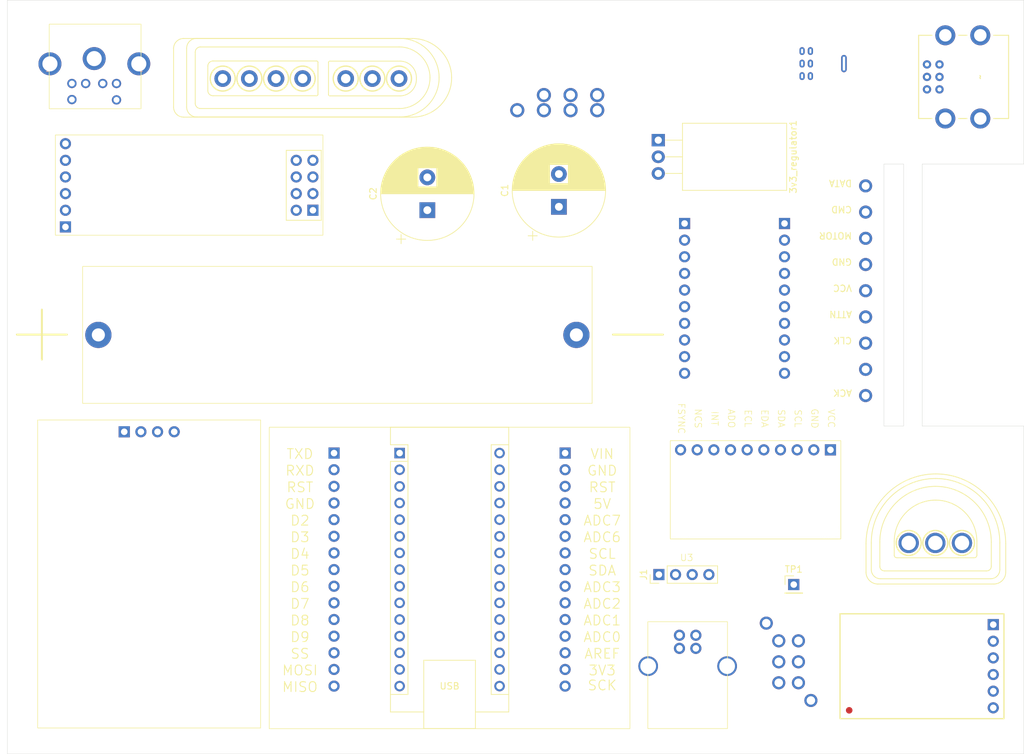
<source format=kicad_pcb>
(kicad_pcb (version 20240108) (generator "pcbnew") (generator_version "8.0")
  (layers (0 "F.Cu" signal) (31 "B.Cu" signal) (34 "B.Paste" user) (35 "F.Paste" user) (36 "B.SilkS" user "B.Silkscreen") (37 "F.SilkS" user "F.Silkscreen") (38 "B.Mask" user) (39 "F.Mask" user) (44 "Edge.Cuts" user))
  (net 0 "")
  (net 1 "Net-(3v3_regulator1-VI)")
  (net 2 "Net-(3v3_regulator1-GND)")
  (net 3 "Net-(3v3_regulator1-VO)")
  (net 4 "Net-(A1-D7)")
  (net 5 "Net-(A1-D9)")
  (net 11 "Net-(A1-A5)")
  (net 12 "Net-(A1-D3)")
  (net 15 "Net-(A1-D11)")
  (net 16 "Net-(A1-D12)")
  (net 18 "Net-(A1-D8)")
  (net 21 "Net-(A1-D2)")
  (net 22 "Net-(A1-D10)")
  (net 23 "Net-(A1-D13)")
  (net 29 "Net-(A1-A4)")
  (net 31 "Net-(Display1-SDA)")
  (net 32 "Net-(Display1-SCL)")
  (net 34 "Net-(Gamecube1-DATA)")
  (net 36 "Net-(J1-GND)")
  (net 37 "Net-(J1-D+)")
  (net 38 "Net-(J1-D-)")
  (net 39 "Net-(J1-VBUS)")
  (net 46 "Net-(N64_controller1-DATA)")
  (net 47 "Net-(Nes1-LTCH)")
  (net 48 "Net-(Nes1-CLK)")
  (net 49 "Net-(Nes1-DATA)")
  (net 51 "Net-(Playstation1-DATA)")
  (net 54 "Net-(Playstation1-ATTN)")
  (net 55 "Net-(Playstation1-CLK)")
  (net 56 "Net-(Playstation1-CMD)")
  (net 60 "Net-(U1-ON{slash}OFF)")
  (net 61 "Net-(U1-BAT_GND)")
  (net 62 "Net-(U1-VIN)")
  (net 63 "Net-(U1-GND_IN)")
  (net 64 "Net-(U1-BAT_POSITIVE)")
  (footprint "Footprints_cez:Gamecube controller" (layer "F.Cu") (at 151.226 43.27 90)
    (property "Reference" "Gamecube1" (hide yes))
    (property "Value" "~" (hide yes))
    (pad "0" thru_hole oval (at 0.09 11.115 90) (size 2.65 0.85) (drill oval 2.15 0.35) (layers "*.Cu" "*.Mask"))
    (pad "1" thru_hole oval (at 2 6 90) (size 1.2 0.8) (drill oval 0.7 0.3) (layers "*.Cu" "*.Mask"))
    (pad "2" thru_hole oval (at 0.09 6 90) (size 1.2 0.8) (drill oval 0.7 0.3) (layers "*.Cu" "*.Mask") (net 34 "Net-(Gamecube1-DATA)"))
    (pad "3" thru_hole oval (at -1.82 6 90) (size 1.2 0.8) (drill oval 0.7 0.3) (layers "*.Cu" "*.Mask") (net 2 "Net-(3v3_regulator1-GND)"))
    (pad "4" thru_hole oval (at 2 4.73 90) (size 1.2 0.8) (drill oval 0.7 0.3) (layers "*.Cu" "*.Mask") (net 2 "Net-(3v3_regulator1-GND)"))
    (pad "5" thru_hole oval (at 0.09 4.73 90) (size 1.2 0.8) (drill oval 0.7 0.3) (layers "*.Cu" "*.Mask"))
    (pad "6" thru_hole oval (at -1.82 4.73 90) (size 1.2 0.8) (drill oval 0.7 0.3) (layers "*.Cu" "*.Mask") (net 3 "Net-(3v3_regulator1-VO)"))
  )
  (footprint "Capacitor_THT:CP_Radial_D14.0mm_P5.00mm" (layer "F.Cu") (at 118.872 65.035729 90)
    (property "Reference" "C1" (at 2.5 -8.25 90) (layer "F.SilkS"))
    (property "Value" "CP_Radial_D10.0mm_P5.00mm")
    (pad "1" thru_hole rect (at 0 0 90) (size 2.4 2.4) (drill 1.2) (layers "*.Cu" "*.Mask") (net 3 "Net-(3v3_regulator1-VO)"))
    (pad "2" thru_hole circle (at 5 0 90) (size 2.4 2.4) (drill 1.2) (layers "*.Cu" "*.Mask") (net 2 "Net-(3v3_regulator1-GND)"))
  )
  (footprint "Footprints_cez:USB-B" (layer "F.Cu") (at 138.358 119.083)
    (property "Reference" "U3" (at 0 -0.5 0) (layer "F.SilkS") (effects (font (thickness 0.1))))
    (property "Value" "~")
    (pad "" thru_hole circle (at -5.872 16.045) (size 3 3) (drill 2.4) (layers "*.Cu" "*.Mask"))
    (pad "" thru_hole circle (at 6.168 16.045) (size 3 3) (drill 2.4) (layers "*.Cu" "*.Mask"))
    (pad "1" thru_hole circle (at -1.102 11.335) (size 1.7 1.7) (drill 1) (layers "*.Cu" "*.Mask") (net 38 "Net-(J1-D-)"))
    (pad "2" thru_hole circle (at -1.102 13.335) (size 1.7 1.7) (drill 1) (layers "*.Cu" "*.Mask") (net 37 "Net-(J1-D+)"))
    (pad "3" thru_hole circle (at 1.398 13.335) (size 1.7 1.7) (drill 1) (layers "*.Cu" "*.Mask") (net 63 "Net-(U1-GND_IN)"))
    (pad "4" thru_hole circle (at 1.398 11.335) (size 1.7 1.7) (drill 1) (layers "*.Cu" "*.Mask") (net 62 "Net-(U1-VIN)"))
  )
  (footprint "Package_TO_SOT_THT:TO-220-3_Horizontal_TabDown" (layer "F.Cu") (at 134.026 54.864 -90)
    (property "Reference" "3v3_regulator1" (at 2.54 -20.58 90) (layer "F.SilkS"))
    (property "Value" "LD1117V33")
    (pad "" np_thru_hole oval (at 2.54 -16.66 270) (size 3.5 3.5) (drill 3.5) (layers "*.Cu" "*.Mask"))
    (pad "1" thru_hole rect (at 0 0 270) (size 1.905 2) (drill 1.1) (layers "*.Cu" "*.Mask") (net 2 "Net-(3v3_regulator1-GND)"))
    (pad "2" thru_hole oval (at 2.54 0 270) (size 1.905 2) (drill 1.1) (layers "*.Cu" "*.Mask") (net 3 "Net-(3v3_regulator1-VO)"))
    (pad "3" thru_hole oval (at 5.08 0 270) (size 1.905 2) (drill 1.1) (layers "*.Cu" "*.Mask") (net 1 "Net-(3v3_regulator1-VI)"))
  )
  (footprint "Footprints_cez:CONN_WII" (layer "F.Cu") (at 180.594 45.212 -90)
    (property "Reference" "wii1" (hide yes))
    (property "Value" "~" (at 0 -2.5 90) (layer "F.SilkS"))
    (pad "" thru_hole circle (at -6.35 -2.54 270) (size 3.048 3.048) (drill 1.905) (layers "*.Cu" "*.Mask"))
    (pad "" thru_hole circle (at -6.35 2.794 270) (size 3.048 3.048) (drill 1.905) (layers "*.Cu" "*.Mask"))
    (pad "" thru_hole circle (at 6.35 -2.54 270) (size 3.048 3.048) (drill 1.905) (layers "*.Cu" "*.Mask"))
    (pad "" thru_hole circle (at 6.35 2.794 270) (size 3.048 3.048) (drill 1.905) (layers "*.Cu" "*.Mask"))
    (pad "1" thru_hole circle (at 1.905 5.588 270) (size 1.27 1.27) (drill 0.635) (layers "*.Cu" "*.Mask") (net 3 "Net-(3v3_regulator1-VO)"))
    (pad "2" thru_hole circle (at 1.905 3.683 270) (size 1.27 1.27) (drill 0.635) (layers "*.Cu" "*.Mask") (net 32 "Net-(Display1-SCL)"))
    (pad "3" thru_hole circle (at 0 5.588 270) (size 1.27 1.27) (drill 0.635) (layers "*.Cu" "*.Mask"))
    (pad "4" thru_hole circle (at 0 3.683 270) (size 1.27 1.27) (drill 0.635) (layers "*.Cu" "*.Mask"))
    (pad "5" thru_hole circle (at -1.905 5.588 270) (size 1.27 1.27) (drill 0.635) (layers "*.Cu" "*.Mask") (net 31 "Net-(Display1-SDA)"))
    (pad "6" thru_hole circle (at -1.905 3.683 270) (size 1.27 1.27) (drill 0.635) (layers "*.Cu" "*.Mask") (net 2 "Net-(3v3_regulator1-GND)"))
  )
  (footprint "Footprints_cez:ps_2 connector" (layer "F.Cu") (at 48.006 56.418 180)
    (property "Reference" "ps/2_connector1" (hide yes))
    (property "Value" "~" (hide yes))
    (pad "1" thru_hole circle (at -3.4 7.7) (size 1.4224 1.4224) (drill 0.9) (layers "*.Cu" "*.Mask"))
    (pad "2" thru_hole circle (at -3.4 10.2) (size 1.4224 1.4224) (drill 0.9) (layers "*.Cu" "*.Mask") (net 1 "Net-(3v3_regulator1-VI)"))
    (pad "3" thru_hole circle (at -1.3 10.2) (size 1.4224 1.4224) (drill 0.9) (layers "*.Cu" "*.Mask"))
    (pad "4" thru_hole circle (at 1.3 10.2) (size 1.4224 1.4224) (drill 0.9) (layers "*.Cu" "*.Mask") (net 12 "Net-(A1-D3)"))
    (pad "5" thru_hole circle (at 3.4 10.2) (size 1.4224 1.4224) (drill 0.9) (layers "*.Cu" "*.Mask") (net 2 "Net-(3v3_regulator1-GND)"))
    (pad "6" thru_hole oval (at 3.4 7.75) (size 1.4224 1.4224) (drill 0.9) (layers "*.Cu" "*.Mask") (net 21 "Net-(A1-D2)"))
    (pad "SH1" thru_hole circle (at -6.8 13.2) (size 3.5 3.5) (drill 2.3) (layers "*.Cu" "*.Mask"))
    (pad "SH2" thru_hole circle (at 0 14) (size 3.5 3.5) (drill 2.3) (layers "*.Cu" "*.Mask"))
    (pad "SH3" thru_hole circle (at 6.75 13.2) (size 3.5 3.5) (drill 2.3) (layers "*.Cu" "*.Mask"))
  )
  (footprint "Footprints_cez:nRF24L01_big" (layer "F.Cu") (at 81.36 65.562 180)
    (property "Reference" "NRF1" (hide yes))
    (property "Value" "NRF24L01_Big" (hide yes))
    (pad "" thru_hole rect (at 37.738 -2.54 180) (size 1.7 1.7) (drill 1) (layers "*.Cu" "*.Mask"))
    (pad "" thru_hole oval (at 37.738 0 180) (size 1.7 1.7) (drill 1) (layers "*.Cu" "*.Mask"))
    (pad "" thru_hole oval (at 37.738 2.54 180) (size 1.7 1.7) (drill 1) (layers "*.Cu" "*.Mask"))
    (pad "" thru_hole oval (at 37.738 5.08 180) (size 1.7 1.7) (drill 1) (layers "*.Cu" "*.Mask"))
    (pad "" thru_hole oval (at 37.738 7.62 180) (size 1.7 1.7) (drill 1) (layers "*.Cu" "*.Mask"))
    (pad "" thru_hole oval (at 37.738 10.16 180) (size 1.7 1.7) (drill 1) (layers "*.Cu" "*.Mask"))
    (pad "1" thru_hole rect (at 0 0 180) (size 1.7 1.7) (drill 1) (layers "*.Cu" "*.Mask") (net 2 "Net-(3v3_regulator1-GND)"))
    (pad "2" thru_hole circle (at 2.54 0 180) (size 1.7 1.7) (drill 1) (layers "*.Cu" "*.Mask") (net 3 "Net-(3v3_regulator1-VO)"))
    (pad "3" thru_hole circle (at 0 2.54 180) (size 1.7 1.7) (drill 1) (layers "*.Cu" "*.Mask") (net 5 "Net-(A1-D9)"))
    (pad "4" thru_hole circle (at 2.54 2.54 180) (size 1.7 1.7) (drill 1) (layers "*.Cu" "*.Mask") (net 22 "Net-(A1-D10)"))
    (pad "5" thru_hole circle (at 0 5.08 180) (size 1.7 1.7) (drill 1) (layers "*.Cu" "*.Mask") (net 23 "Net-(A1-D13)"))
    (pad "6" thru_hole circle (at 2.54 5.08 180) (size 1.7 1.7) (drill 1) (layers "*.Cu" "*.Mask") (net 15 "Net-(A1-D11)"))
    (pad "7" thru_hole circle (at 0 7.62 180) (size 1.7 1.7) (drill 1) (layers "*.Cu" "*.Mask") (net 16 "Net-(A1-D12)"))
    (pad "8" thru_hole circle (at 2.54 7.62 180) (size 1.7 1.7) (drill 1) (layers "*.Cu" "*.Mask"))
  )
  (footprint "Footprints_cez:MPU6500" (layer "F.Cu") (at 166.431857 107.361857 -90)
    (property "Reference" "MPU1" (hide yes))
    (property "Value" "~" (hide yes))
    (fp_text user "GND" (at -11.612666 9.144 -90) (layer "F.SilkS") (effects (font (thickness 0.1)) (justify left bottom)))
    (fp_text user "SDA" (at -11.493619 14.224 -90) (layer "F.SilkS") (effects (font (thickness 0.1)) (justify left bottom)))
    (fp_text user "ADO" (at -11.541238 21.844 -90) (layer "F.SilkS") (effects (font (thickness 0.1)) (justify left bottom)))
    (fp_text user "FSYNC" (at -12.446 29.464 -90) (layer "F.SilkS") (effects (font (thickness 0.1)) (justify left bottom)))
    (fp_text user "NCS" (at -11.588857 26.924 -90) (layer "F.SilkS") (effects (font (thickness 0.1)) (justify left bottom)))
    (fp_text user "VCC" (at -11.517428 6.604 -90) (layer "F.SilkS") (effects (font (thickness 0.1)) (justify left bottom)))
    (fp_text user "INT" (at -11.231714 24.384 -90) (layer "F.SilkS") (effects (font (thickness 0.1)) (justify left bottom)))
    (fp_text user "ECL" (at -11.446 19.304 -90) (layer "F.SilkS") (effects (font (thickness 0.1)) (justify left bottom)))
    (fp_text user "SCL" (at -11.469809 11.684 -90) (layer "F.SilkS") (effects (font (thickness 0.1)) (justify left bottom)))
    (fp_text user "EDA" (at -11.469809 16.764 -90) (layer "F.SilkS") (effects (font (thickness 0.1)) (justify left bottom)))
    (pad "" np_thru_hole circle (at 6.699143 6.604 270) (size 2.7 2.7) (drill 2.7) (layers "F&B.Cu" "*.Mask"))
    (pad "" np_thru_hole circle (at 6.699143 28.448 270) (size 2.7 2.7) (drill 2.7) (layers "F&B.Cu" "*.Mask"))
    (pad "1" thru_hole rect (at -5.238857 6.147 270) (size 1.7 1.7) (drill 1) (layers "*.Cu" "*.Mask") (net 1 "Net-(3v3_regulator1-VI)"))
    (pad "2" thru_hole oval (at -5.238857 8.687 270) (size 1.7 1.7) (drill 1) (layers "*.Cu" "*.Mask") (net 2 "Net-(3v3_regulator1-GND)"))
    (pad "3" thru_hole oval (at -5.238857 11.227 270) (size 1.7 1.7) (drill 1) (layers "*.Cu" "*.Mask") (net 11 "Net-(A1-A5)"))
    (pad "4" thru_hole oval (at -5.238857 13.767 270) (size 1.7 1.7) (drill 1) (layers "*.Cu" "*.Mask") (net 29 "Net-(A1-A4)"))
    (pad "5" thru_hole oval (at -5.238857 16.307 270) (size 1.7 1.7) (drill 1) (layers "*.Cu" "*.Mask"))
    (pad "6" thru_hole oval (at -5.238857 18.847 270) (size 1.7 1.7) (drill 1) (layers "*.Cu" "*.Mask"))
    (pad "7" thru_hole oval (at -5.238857 21.387 270) (size 1.7 1.7) (drill 1) (layers "*.Cu" "*.Mask"))
    (pad "8" thru_hole oval (at -5.238857 23.927 270) (size 1.7 1.7) (drill 1) (layers "*.Cu" "*.Mask"))
    (pad "9" thru_hole oval (at -5.238857 26.467 270) (size 1.7 1.7) (drill 1) (layers "*.Cu" "*.Mask"))
    (pad "10" thru_hole oval (at -5.238857 29.007 270) (size 1.7 1.7) (drill 1) (layers "*.Cu" "*.Mask"))
  )
  (footprint "Footprints_cez:Switch A03 PS-22F03" (layer "F.Cu") (at 153.797 121.793)
    (property "Reference" "U5" (hide yes))
    (property "Value" "~" (hide yes))
    (pad "" thru_hole circle (at -3.297 6.775) (size 2 2) (drill 1.3) (layers "*.Cu" "*.Mask"))
    (pad "" thru_hole circle (at 3.503 18.575) (size 2 2) (drill 1.3) (layers "*.Cu" "*.Mask"))
    (pad "1" thru_hole circle (at -1.397 9.475) (size 2 2) (drill 1.3) (layers "*.Cu" "*.Mask"))
    (pad "2" thru_hole circle (at 1.603 9.475) (size 2 2) (drill 1.3) (layers "*.Cu" "*.Mask") (net 63 "Net-(U1-GND_IN)"))
    (pad "3" thru_hole circle (at -1.397 12.675) (size 2 2) (drill 1.3) (layers "*.Cu" "*.Mask"))
    (pad "4" thru_hole circle (at 1.603 12.675) (size 2 2) (drill 1.3) (layers "*.Cu" "*.Mask") (net 60 "Net-(U1-ON{slash}OFF)"))
    (pad "5" thru_hole circle (at -1.397 15.875) (size 2 2) (drill 1.3) (layers "*.Cu" "*.Mask"))
    (pad "6" thru_hole circle (at 1.603 15.875) (size 2 2) (drill 1.3) (layers "*.Cu" "*.Mask"))
  )
  (footprint "Footprints_cez:MH-CD42" (layer "F.Cu") (at 173.682 120.6615)
    (property "Reference" "U1" (hide yes))
    (property "Value" "~" (hide yes))
    (pad "1" thru_hole rect (at 11.43 8.129) (size 1.7 1.7) (drill 1) (layers "*.Cu" "*.Mask") (net 39 "Net-(J1-VBUS)"))
    (pad "2" thru_hole oval (at 11.43 10.669) (size 1.7 1.7) (drill 1) (layers "*.Cu" "*.Mask") (net 36 "Net-(J1-GND)"))
    (pad "3" thru_hole oval (at 11.43 13.209) (size 1.7 1.7) (drill 1) (layers "*.Cu" "*.Mask") (net 64 "Net-(U1-BAT_POSITIVE)"))
    (pad "4" thru_hole oval (at 11.43 15.749) (size 1.7 1.7) (drill 1) (layers "*.Cu" "*.Mask") (net 61 "Net-(U1-BAT_GND)"))
    (pad "5" thru_hole oval (at 11.43 18.289) (size 1.7 1.7) (drill 1) (layers "*.Cu" "*.Mask") (net 63 "Net-(U1-GND_IN)"))
    (pad "6" thru_hole oval (at 11.43 20.829) (size 1.7 1.7) (drill 1) (layers "*.Cu" "*.Mask") (net 62 "Net-(U1-VIN)"))
    (pad "7" smd oval (at -10.541 21.209) (size 1 1) (layers "F.Cu" "F.Paste" "F.Mask") (net 60 "Net-(U1-ON{slash}OFF)"))
  )
  (footprint "Footprints_cez:1.5 inch oled" (layer "F.Cu") (at 56.497 87.791)
    (property "Reference" "Display1" (hide yes))
    (property "Value" "~")
    (pad "" np_thru_hole circle (at -14.609 14.624) (size 2.2 2.2) (drill 2.2) (layers "*.Cu" "*.Mask"))
    (pad "" np_thru_hole circle (at -14.609 51.924) (size 2.2 2.2) (drill 2.2) (layers "F&B.Cu" "*.Mask"))
    (pad "" np_thru_hole circle (at 14.391 14.624) (size 2.2 2.2) (drill 2.2) (layers "F&B.Cu" "*.Mask"))
    (pad "" np_thru_hole circle (at 14.391 51.924) (size 2.2 2.2) (drill 2.2) (layers "F&B.Cu" "*.Mask"))
    (pad "1" thru_hole rect (at -3.909 11.574 90) (size 1.7 1.7) (drill 1) (layers "*.Cu" "*.Mask") (net 31 "Net-(Display1-SDA)"))
    (pad "2" thru_hole oval (at -1.369 11.574 90) (size 1.7 1.7) (drill 1) (layers "*.Cu" "*.Mask") (net 32 "Net-(Display1-SCL)"))
    (pad "3" thru_hole oval (at 1.171 11.574 90) (size 1.7 1.7) (drill 1) (layers "*.Cu" "*.Mask") (net 2 "Net-(3v3_regulator1-GND)"))
    (pad "4" thru_hole oval (at 3.711 11.574 90) (size 1.7 1.7) (drill 1) (layers "*.Cu" "*.Mask") (net 3 "Net-(3v3_regulator1-VO)"))
  )
  (footprint "Connector_PinHeader_2.54mm:PinHeader_1x01_P2.54mm_Vertical" (layer "F.Cu") (at 154.686 122.682)
    (property "Reference" "TP1" (at 0 -2.33 0) (layer "F.SilkS"))
    (property "Value" "TestPoint")
    (pad "1" thru_hole rect (at 0 0) (size 1.7 1.7) (drill 1) (layers "*.Cu" "*.Mask") (net 60 "Net-(U1-ON{slash}OFF)"))
  )
  (footprint "Footprints_cez:BH-18650-PC2" (layer "F.Cu") (at 54.99 76.76925)
    (property "Reference" "U4" (hide yes))
    (property "Value" "~")
    (fp_text user "-" (at 69.55 12.81275 0) (layer "F.SilkS") (effects (font (size 10 10) (thickness 0.3)) (justify left bottom)))
    (fp_text user "+" (at -21.35 12.81275 0) (layer "F.SilkS") (effects (font (size 10 10) (thickness 0.3)) (justify left bottom)))
    (pad "1" thru_hole circle (at -6.35 7.81275) (size 4 4) (drill 2) (layers "*.Cu" "*.Mask") (net 64 "Net-(U1-BAT_POSITIVE)"))
    (pad "2" thru_hole circle (at 66.55 7.81275) (size 4 4) (drill 2) (layers "*.Cu" "*.Mask") (net 61 "Net-(U1-BAT_GND)"))
  )
  (footprint "Footprints_cez:Arduino nano breakout" (layer "F.Cu") (at 94.581857 102.616)
    (property "Reference" "A1" (hide yes))
    (property "Value" "Arduino_Nano_v3.x")
    (fp_text user "RST" (at 28.761571 6.096 0) (layer "F.SilkS") (effects (font (size 1.5 1.5)) (justify left bottom)))
    (fp_text user "AREF" (at 28.083 31.496 0) (layer "F.SilkS") (effects (font (size 1.5 1.5)) (justify left bottom)))
    (fp_text user "ADC6" (at 27.940143 13.716 0) (layer "F.SilkS") (effects (font (size 1.5 1.5)) (justify left bottom)))
    (fp_text user "D4" (at -16.763857 16.256 0) (layer "F.SilkS") (effects (font (size 1.5 1.5)) (justify left bottom)))
    (fp_text user "USB" (at 7.62 35.56 0) (layer "F.SilkS"))
    (fp_text user "GND" (at 28.511571 3.556 0) (layer "F.SilkS") (effects (font (size 1.5 1.5)) (justify left bottom)))
    (fp_text user "D5\n" (at -16.763857 18.796 0) (layer "F.SilkS") (effects (font (size 1.5 1.5)) (justify left bottom)))
    (fp_text user "D6\n" (at -16.763857 21.336 0) (layer "F.SilkS") (effects (font (size 1.5 1.5)) (justify left bottom)))
    (fp_text user "3V3" (at 28.725857 34.036 0) (layer "F.SilkS") (effects (font (size 1.5 1.5)) (justify left bottom)))
    (fp_text user "ADC7" (at 27.940143 11.176 0) (layer "F.SilkS") (effects (font (size 1.5 1.5)) (justify left bottom)))
    (fp_text user "SCL" (at 28.725857 16.256 0) (layer "F.SilkS") (effects (font (size 1.5 1.5)) (justify left bottom)))
    (fp_text user "TXD" (at -17.335286 1.016 0) (layer "F.SilkS") (effects (font (size 1.5 1.5)) (justify left bottom)))
    (fp_text user "D2" (at -16.763857 11.176 0) (layer "F.SilkS") (effects (font (size 1.5 1.5)) (justify left bottom)))
    (fp_text user "SCK" (at 28.583 36.322 0) (layer "F.SilkS") (effects (font (size 1.5 1.5)) (justify left bottom)))
    (fp_text user "SS" (at -16.728143 31.496 0) (layer "F.SilkS") (effects (font (size 1.5 1.5)) (justify left bottom)))
    (fp_text user "MOSI" (at -18.013858 34.036 0) (layer "F.SilkS") (effects (font (size 1.5 1.5)) (justify left bottom)))
    (fp_text user "MISO" (at -18.013858 36.576 0) (layer "F.SilkS") (effects (font (size 1.5 1.5)) (justify left bottom)))
    (fp_text user "SDA" (at 28.690143 18.796 0) (layer "F.SilkS") (effects (font (size 1.5 1.5)) (justify left bottom)))
    (fp_text user "RST" (at -17.335286 6.096 0) (layer "F.SilkS") (effects (font (size 1.5 1.5)) (justify left bottom)))
    (fp_text user "ADC3" (at 27.940143 21.336 0) (layer "F.SilkS") (effects (font (size 1.5 1.5)) (justify left bottom)))
    (fp_text user "D3" (at -16.763857 13.716 0) (layer "F.SilkS") (effects (font (size 1.5 1.5)) (justify left bottom)))
    (fp_text user "D8\n" (at -16.763857 26.416 0) (layer "F.SilkS") (effects (font (size 1.5 1.5)) (justify left bottom)))
    (fp_text user "VIN" (at 29.011571 1.016 0) (layer "F.SilkS") (effects (font (size 1.5 1.5)) (justify left bottom)))
    (fp_text user "5V" (at 29.440143 8.636 0) (layer "F.SilkS") (effects (font (size 1.5 1.5)) (justify left bottom)))
    (fp_text user "ADC1\n" (at 27.940143 26.416 0) (layer "F.SilkS") (effects (font (size 1.5 1.5)) (justify left bottom)))
    (fp_text user "ADC0" (at 27.940143 28.956 0) (layer "F.SilkS") (effects (font (size 1.5 1.5)) (justify left bottom)))
    (fp_text user "D9\n" (at -16.763857 28.956 0) (layer "F.SilkS") (effects (font (size 1.5 1.5)) (justify left bottom)))
    (fp_text user "ADC2" (at 27.940143 23.876 0) (layer "F.SilkS") (effects (font (size 1.5 1.5)) (justify left bottom)))
    (fp_text user "RXD" (at -17.513857 3.556 0) (layer "F.SilkS") (effects (font (size 1.5 1.5)) (justify left bottom)))
    (fp_text user "GND" (at -17.585286 8.636 0) (layer "F.SilkS") (effects (font (size 1.5 1.5)) (justify left bottom)))
    (fp_text user "D7\n" (at -16.763857 23.876 0) (layer "F.SilkS") (effects (font (size 1.5 1.5)) (justify left bottom)))
    (pad "1" thru_hole rect (at -9.999857 0) (size 1.7 1.7) (drill 1) (layers "*.Cu" "*.Mask"))
    (pad "1" thru_hole rect (at 0 0) (size 1.6 1.6) (drill 1) (layers "*.Cu" "*.Mask"))
    (pad "2" thru_hole oval (at -9.999857 2.54) (size 1.7 1.7) (drill 1) (layers "*.Cu" "*.Mask"))
    (pad "2" thru_hole oval (at 0 2.54) (size 1.6 1.6) (drill 1) (layers "*.Cu" "*.Mask"))
    (pad "3" thru_hole oval (at -9.999857 5.08) (size 1.7 1.7) (drill 1) (layers "*.Cu" "*.Mask"))
    (pad "3" thru_hole oval (at 0 5.08) (size 1.6 1.6) (drill 1) (layers "*.Cu" "*.Mask"))
    (pad "4" thru_hole oval (at -9.999857 7.62) (size 1.7 1.7) (drill 1) (layers "*.Cu" "*.Mask") (net 2 "Net-(3v3_regulator1-GND)"))
    (pad "4" thru_hole oval (at 0 7.62) (size 1.6 1.6) (drill 1) (layers "*.Cu" "*.Mask") (net 2 "Net-(3v3_regulator1-GND)"))
    (pad "5" thru_hole oval (at -9.999857 10.16) (size 1.7 1.7) (drill 1) (layers "*.Cu" "*.Mask") (net 21 "Net-(A1-D2)"))
    (pad "5" thru_hole oval (at 0 10.16) (size 1.6 1.6) (drill 1) (layers "*.Cu" "*.Mask") (net 21 "Net-(A1-D2)"))
    (pad "6" thru_hole oval (at -9.999857 12.7) (size 1.7 1.7) (drill 1) (layers "*.Cu" "*.Mask") (net 12 "Net-(A1-D3)"))
    (pad "6" thru_hole oval (at 0 12.7) (size 1.6 1.6) (drill 1) (layers "*.Cu" "*.Mask") (net 12 "Net-(A1-D3)"))
    (pad "7" thru_hole oval (at -9.999857 15.24) (size 1.7 1.7) (drill 1) (layers "*.Cu" "*.Mask"))
    (pad "7" thru_hole oval (at 0 15.24) (size 1.6 1.6) (drill 1) (layers "*.Cu" "*.Mask"))
    (pad "8" thru_hole oval (at -9.999857 17.78) (size 1.7 1.7) (drill 1) (layers "*.Cu" "*.Mask"))
    (pad "8" thru_hole oval (at 0 17.78) (size 1.6 1.6) (drill 1) (layers "*.Cu" "*.Mask"))
    (pad "9" thru_hole oval (at -9.999857 20.32) (size 1.7 1.7) (drill 1) (layers "*.Cu" "*.Mask"))
    (pad "9" thru_hole oval (at 0 20.32) (size 1.6 1.6) (drill 1) (layers "*.Cu" "*.Mask"))
    (pad "10" thru_hole oval (at -9.999857 22.86) (size 1.7 1.7) (drill 1) (layers "*.Cu" "*.Mask") (net 4 "Net-(A1-D7)"))
    (pad "10" thru_hole oval (at 0 22.86) (size 1.6 1.6) (drill 1) (layers "*.Cu" "*.Mask") (net 4 "Net-(A1-D7)"))
    (pad "11" thru_hole oval (at -9.999857 25.4) (size 1.7 1.7) (drill 1) (layers "*.Cu" "*.Mask") (net 18 "Net-(A1-D8)"))
    (pad "11" thru_hole oval (at 0 25.4) (size 1.6 1.6) (drill 1) (layers "*.Cu" "*.Mask") (net 18 "Net-(A1-D8)"))
    (pad "12" thru_hole oval (at -9.999857 27.94) (size 1.7 1.7) (drill 1) (layers "*.Cu" "*.Mask") (net 5 "Net-(A1-D9)"))
    (pad "12" thru_hole oval (at 0 27.94) (size 1.6 1.6) (drill 1) (layers "*.Cu" "*.Mask") (net 5 "Net-(A1-D9)"))
    (pad "13" thru_hole oval (at -9.999857 30.48) (size 1.7 1.7) (drill 1) (layers "*.Cu" "*.Mask") (net 22 "Net-(A1-D10)"))
    (pad "13" thru_hole oval (at 0 30.48) (size 1.6 1.6) (drill 1) (layers "*.Cu" "*.Mask") (net 22 "Net-(A1-D10)"))
    (pad "14" thru_hole oval (at -9.999857 33.02) (size 1.7 1.7) (drill 1) (layers "*.Cu" "*.Mask") (net 15 "Net-(A1-D11)"))
    (pad "14" thru_hole oval (at 0 33.02) (size 1.6 1.6) (drill 1) (layers "*.Cu" "*.Mask") (net 15 "Net-(A1-D11)"))
    (pad "15" thru_hole oval (at -9.999857 35.56) (size 1.7 1.7) (drill 1) (layers "*.Cu" "*.Mask") (net 16 "Net-(A1-D12)"))
    (pad "15" thru_hole oval (at 0 35.56) (size 1.6 1.6) (drill 1) (layers "*.Cu" "*.Mask") (net 16 "Net-(A1-D12)"))
    (pad "16" thru_hole oval (at 15.24 35.56) (size 1.6 1.6) (drill 1) (layers "*.Cu" "*.Mask") (net 23 "Net-(A1-D13)"))
    (pad "16" thru_hole oval (at 25.240143 35.56) (size 1.7 1.7) (drill 1) (layers "*.Cu" "*.Mask") (net 23 "Net-(A1-D13)"))
    (pad "17" thru_hole oval (at 15.24 33.02) (size 1.6 1.6) (drill 1) (layers "*.Cu" "*.Mask"))
    (pad "17" thru_hole oval (at 25.240143 33.02) (size 1.7 1.7) (drill 1) (layers "*.Cu" "*.Mask"))
    (pad "18" thru_hole oval (at 15.24 30.48) (size 1.6 1.6) (drill 1) (layers "*.Cu" "*.Mask"))
    (pad "18" thru_hole oval (at 25.240143 30.48) (size 1.7 1.7) (drill 1) (layers "*.Cu" "*.Mask"))
    (pad "19" thru_hole oval (at 15.24 27.94) (size 1.6 1.6) (drill 1) (layers "*.Cu" "*.Mask"))
    (pad "19" thru_hole oval (at 25.240143 27.94) (size 1.7 1.7) (drill 1) (layers "*.Cu" "*.Mask"))
    (pad "20" thru_hole oval (at 15.24 25.4) (size 1.6 1.6) (drill 1) (layers "*.Cu" "*.Mask"))
    (pad "20" thru_hole oval (at 25.240143 25.4) (size 1.7 1.7) (drill 1) (layers "*.Cu" "*.Mask"))
    (pad "21" thru_hole oval (at 15.24 22.86) (size 1.6 1.6) (drill 1) (layers "*.Cu" "*.Mask"))
    (pad "21" thru_hole oval (at 25.240143 22.86) (size 1.7 1.7) (drill 1) (layers "*.Cu" "*.Mask"))
    (pad "22" thru_hole oval (at 15.24 20.32) (size 1.6 1.6) (drill 1) (layers "*.Cu" "*.Mask"))
    (pad "22" thru_hole oval (at 25.240143 20.32) (size 1.7 1.7) (drill 1) (layers "*.Cu" "*.Mask"))
    (pad "23" thru_hole oval (at 15.24 17.78) (size 1.6 1.6) (drill 1) (layers "*.Cu" "*.Mask") (net 29 "Net-(A1-A4)"))
    (pad "23" thru_hole oval (at 25.240143 17.78) (size 1.7 1.7) (drill 1) (layers "*.Cu" "*.Mask") (net 29 "Net-(A1-A4)"))
    (pad "24" thru_hole oval (at 15.24 15.24) (size 1.6 1.6) (drill 1) (layers "*.Cu" "*.Mask") (net 11 "Net-(A1-A5)"))
    (pad "24" thru_hole oval (at 25.240143 15.24) (size 1.7 1.7) (drill 1) (layers "*.Cu" "*.Mask") (net 11 "Net-(A1-A5)"))
    (pad "25" thru_hole oval (at 15.24 12.7) (size 1.6 1.6) (drill 1) (layers "*.Cu" "*.Mask"))
    (pad "25" thru_hole oval (at 25.240143 12.7) (size 1.7 1.7) (drill 1) (layers "*.Cu" "*.Mask"))
    (pad "26" thru_hole oval (at 15.24 10.16) (size 1.6 1.6) (drill 1) (layers "*.Cu" "*.Mask"))
    (pad "26" thru_hole oval (at 25.240143 10.16) (size 1.7 1.7) (drill 1) (layers "*.Cu" "*.Mask"))
    (pad "27" thru_hole oval (at 15.24 7.62) (size 1.6 1.6) (drill 1) (layers "*.Cu" "*.Mask") (net 1 "Net-(3v3_regulator1-VI)"))
    (pad "27" thru_hole oval (at 25.240143 7.62) (size 1.7 1.7) (drill 1) (layers "*.Cu" "*.Mask") (net 1 "Net-(3v3_regulator1-VI)"))
    (pad "28" thru_hole oval (at 15.24 5.08) (size 1.6 1.6) (drill 1) (layers "*.Cu" "*.Mask"))
    (pad "28" thru_hole oval (at 25.240143 5.08) (size 1.7 1.7) (drill 1) (layers "*.Cu" "*.Mask"))
    (pad "29" thru_hole oval (at 15.24 2.54) (size 1.6 1.6) (drill 1) (layers "*.Cu" "*.Mask") (net 2 "Net-(3v3_regulator1-GND)"))
    (pad "29" thru_hole oval (at 25.240143 2.54) (size 1.7 1.7) (drill 1) (layers "*.Cu" "*.Mask") (net 2 "Net-(3v3_regulator1-GND)"))
    (pad "30" thru_hole oval (at 15.24 0) (size 1.6 1.6) (drill 1) (layers "*.Cu" "*.Mask"))
    (pad "30" thru_hole rect (at 25.240143 0) (size 1.7 1.7) (drill 1) (layers "*.Cu" "*.Mask"))
  )
  (footprint "Footprints_cez:snes_controller_v2" (layer "F.Cu") (at 80.104 38.53)
    (property "Reference" "Snes1" (hide yes))
    (property "Value" "~" (hide yes))
    (pad "1" thru_hole circle (at -12.5 6.936) (size 2.54 2.54) (drill 1.4478) (layers "*.Cu" "*.Mask") (net 1 "Net-(3v3_regulator1-VI)"))
    (pad "2" thru_hole circle (at -8.436 6.936) (size 2.54 2.54) (drill 1.4478) (layers "*.Cu" "*.Mask") (net 48 "Net-(Nes1-CLK)"))
    (pad "3" thru_hole circle (at -4.372 6.936) (size 2.54 2.54) (drill 1.4478) (layers "*.Cu" "*.Mask") (net 47 "Net-(Nes1-LTCH)"))
    (pad "4" thru_hole circle (at -0.308 6.936) (size 2.54 2.54) (drill 1.4478) (layers "*.Cu" "*.Mask") (net 49 "Net-(Nes1-DATA)"))
    (pad "5" thru_hole circle (at 6.256 6.936) (size 2.54 2.54) (drill 1.4478) (layers "*.Cu" "*.Mask"))
    (pad "6" thru_hole circle (at 10.32 6.936) (size 2.54 2.54) (drill 1.4478) (layers "*.Cu" "*.Mask"))
    (pad "7" thru_hole circle (at 14.384 6.936) (size 2.54 2.54) (drill 1.4478) (layers "*.Cu" "*.Mask") (net 2 "Net-(3v3_regulator1-GND)"))
  )
  (footprint "Connector_PinHeader_2.54mm:PinHeader_1x04_P2.54mm_Vertical" (layer "F.Cu") (at 134.122 121.158 90)
    (property "Reference" "J1" (at 0 -2.33 90) (layer "F.SilkS"))
    (property "Value" "USB_B")
    (pad "1" thru_hole rect (at 0 0 90) (size 1.7 1.7) (drill 1) (layers "*.Cu" "*.Mask") (net 39 "Net-(J1-VBUS)"))
    (pad "2" thru_hole oval (at 0 2.54 90) (size 1.7 1.7) (drill 1) (layers "*.Cu" "*.Mask") (net 38 "Net-(J1-D-)"))
    (pad "3" thru_hole oval (at 0 5.08 90) (size 1.7 1.7) (drill 1) (layers "*.Cu" "*.Mask") (net 37 "Net-(J1-D+)"))
    (pad "4" thru_hole oval (at 0 7.62 90) (size 1.7 1.7) (drill 1) (layers "*.Cu" "*.Mask") (net 36 "Net-(J1-GND)"))
  )
  (footprint "Footprints_cez:TXS0108E" (layer "F.Cu") (at 146.038857 57.541)
    (property "Reference" "U2" (hide yes))
    (property "Value" "~" (hide yes))
    (pad "1" thru_hole rect (at -8.001 10.038) (size 1.7 1.7) (drill 1) (layers "*.Cu" "*.Mask") (net 3 "Net-(3v3_regulator1-VO)"))
    (pad "2" thru_hole oval (at -8.001 12.578) (size 1.7 1.7) (drill 1) (layers "*.Cu" "*.Mask") (net 11 "Net-(A1-A5)"))
    (pad "3" thru_hole oval (at -8.001 15.118) (size 1.7 1.7) (drill 1) (layers "*.Cu" "*.Mask") (net 29 "Net-(A1-A4)"))
    (pad "4" thru_hole oval (at -8.001 17.658) (size 1.7 1.7) (drill 1) (layers "*.Cu" "*.Mask") (net 18 "Net-(A1-D8)"))
    (pad "5" thru_hole oval (at -8.001 20.198) (size 1.7 1.7) (drill 1) (layers "*.Cu" "*.Mask") (net 4 "Net-(A1-D7)"))
    (pad "6" thru_hole oval (at -8.001 22.738) (size 1.7 1.7) (drill 1) (layers "*.Cu" "*.Mask") (net 22 "Net-(A1-D10)"))
    (pad "7" thru_hole oval (at -8.001 25.278) (size 1.7 1.7) (drill 1) (layers "*.Cu" "*.Mask") (net 15 "Net-(A1-D11)"))
    (pad "8" thru_hole oval (at -8.001 27.818) (size 1.7 1.7) (drill 1) (layers "*.Cu" "*.Mask") (net 16 "Net-(A1-D12)"))
    (pad "9" thru_hole oval (at -8.001 30.358) (size 1.7 1.7) (drill 1) (layers "*.Cu" "*.Mask") (net 23 "Net-(A1-D13)"))
    (pad "10" thru_hole oval (at -8.001 32.898) (size 1.7 1.7) (drill 1) (layers "*.Cu" "*.Mask") (net 3 "Net-(3v3_regulator1-VO)"))
    (pad "11" thru_hole rect (at 7.239 10.038) (size 1.7 1.7) (drill 1) (layers "*.Cu" "*.Mask"))
    (pad "12" thru_hole oval (at 7.239 12.578) (size 1.7 1.7) (drill 1) (layers "*.Cu" "*.Mask") (net 32 "Net-(Display1-SCL)"))
    (pad "13" thru_hole oval (at 7.239 15.118) (size 1.7 1.7) (drill 1) (layers "*.Cu" "*.Mask") (net 31 "Net-(Display1-SDA)"))
    (pad "14" thru_hole oval (at 7.239 17.658) (size 1.7 1.7) (drill 1) (layers "*.Cu" "*.Mask") (net 34 "Net-(Gamecube1-DATA)"))
    (pad "15" thru_hole oval (at 7.239 20.198) (size 1.7 1.7) (drill 1) (layers "*.Cu" "*.Mask") (net 46 "Net-(N64_controller1-DATA)"))
    (pad "16" thru_hole oval (at 7.239 22.738) (size 1.7 1.7) (drill 1) (layers "*.Cu" "*.Mask") (net 54 "Net-(Playstation1-ATTN)"))
    (pad "17" thru_hole oval (at 7.239 25.278) (size 1.7 1.7) (drill 1) (layers "*.Cu" "*.Mask") (net 56 "Net-(Playstation1-CMD)"))
    (pad "18" thru_hole oval (at 7.239 27.818) (size 1.7 1.7) (drill 1) (layers "*.Cu" "*.Mask") (net 51 "Net-(Playstation1-DATA)"))
    (pad "19" thru_hole oval (at 7.239 30.358) (size 1.7 1.7) (drill 1) (layers "*.Cu" "*.Mask") (net 55 "Net-(Playstation1-CLK)"))
    (pad "20" thru_hole oval (at 7.239 32.898) (size 1.7 1.7) (drill 1) (layers "*.Cu" "*.Mask") (net 2 "Net-(3v3_regulator1-GND)"))
  )
  (footprint "Capacitor_THT:CP_Radial_D14.0mm_P5.00mm" (layer "F.Cu") (at 98.806 65.543729 90)
    (property "Reference" "C2" (at 2.5 -8.25 90) (layer "F.SilkS"))
    (property "Value" "CP_Radial_D10.0mm_P5.00mm")
    (pad "1" thru_hole rect (at 0 0 90) (size 2.4 2.4) (drill 1.2) (layers "*.Cu" "*.Mask") (net 1 "Net-(3v3_regulator1-VI)"))
    (pad "2" thru_hole circle (at 5 0 90) (size 2.4 2.4) (drill 1.2) (layers "*.Cu" "*.Mask") (net 2 "Net-(3v3_regulator1-GND)"))
  )
  (footprint "Footprints_cez:N64_controller" (layer "F.Cu") (at 176.212 100.896)
    (property "Reference" "N64_controller1" (hide yes))
    (property "Value" "~")
    (pad "1" thru_hole circle (at -4 15.436) (size 3.1 3.1) (drill 2.2) (layers "*.Cu" "*.Mask") (net 3 "Net-(3v3_regulator1-VO)"))
    (pad "2" thru_hole circle (at 0.064 15.436) (size 3.1 3.1) (drill 2.2) (layers "*.Cu" "*.Mask") (net 46 "Net-(N64_controller1-DATA)"))
    (pad "3" thru_hole circle (at 4.128 15.436) (size 3.1 3.1) (drill 2.2) (layers "*.Cu" "*.Mask") (net 2 "Net-(3v3_regulator1-GND)"))
  )
  (footprint "Footprints_cez:Playstation 2 controller 90 degree" (layer "F.Cu") (at 161.202357 81.156375 180)
    (property "Reference" "Playstation1" (hide yes))
    (property "Value" "~")
    (fp_line (start -13.08 22.655375) (end -28.572 22.655375) (stroke (width 0.05)) (layer "Edge.Cuts"))
    (fp_line (start -13.08 -17.344625) (end -13.08 22.655375) (stroke (width 0.05)) (layer "Edge.Cuts"))
    (fp_line (start -13.08 -17.344625) (end -28.572 -17.344625) (stroke (width 0.05)) (layer "Edge.Cuts"))
    (fp_rect (start -10.238 -17.344625) (end -7.238 22.655375) (stroke (width 0.05)) (fill none) (layer "Edge.Cuts"))
    (fp_text user "GND" (at -2.444 8.317 180) (layer "F.SilkS") (effects (justify left bottom)))
    (fp_text user "MOTOR" (at -2.444 12.317 180) (layer "F.SilkS") (effects (justify left bottom)))
    (fp_text user "CLK" (at -2.444 -3.683 180) (layer "F.SilkS") (effects (justify left bottom)))
    (fp_text user "DATA" (at -2.444 20.317 180) (layer "F.SilkS") (effects (justify left bottom)))
    (fp_text user "VCC" (at -2.444 4.317 180) (layer "F.SilkS") (effects (justify left bottom)))
    (fp_text user "ACK" (at -2.444 -11.683 180) (layer "F.SilkS") (effects (justify left bottom)))
    (fp_text user "CMD" (at -2.444 16.317 180) (layer "F.SilkS") (effects (justify left bottom)))
    (fp_text user "ATTN" (at -2.444 0.317 180) (layer "F.SilkS") (effects (justify left bottom)))
    (pad "1" thru_hole circle (at -4.444 19.317 180) (size 2 2) (drill 1.2) (layers "*.Cu" "*.Mask") (net 51 "Net-(Playstation1-DATA)"))
    (pad "2" thru_hole circle (at -4.444 15.317 180) (size 2 2) (drill 1.2) (layers "*.Cu" "*.Mask") (net 56 "Net-(Playstation1-CMD)"))
    (pad "3" thru_hole circle (at -4.444 11.317 180) (size 2 2) (drill 1.2) (layers "*.Cu" "*.Mask"))
    (pad "4" thru_hole circle (at -4.444 7.317 180) (size 2 2) (drill 1.2) (layers "*.Cu" "*.Mask") (net 2 "Net-(3v3_regulator1-GND)"))
    (pad "5" thru_hole circle (at -4.444 3.317 180) (size 2 2) (drill 1.2) (layers "*.Cu" "*.Mask") (net 3 "Net-(3v3_regulator1-VO)"))
    (pad "6" thru_hole circle (at -4.444 -0.683 180) (size 2 2) (drill 1.2) (layers "*.Cu" "*.Mask") (net 54 "Net-(Playstation1-ATTN)"))
    (pad "7" thru_hole circle (at -4.444 -4.683 180) (size 2 2) (drill 1.2) (layers "*.Cu" "*.Mask") (net 55 "Net-(Playstation1-CLK)"))
    (pad "8" thru_hole circle (at -4.444 -8.683 180) (size 2 2) (drill 1.2) (layers "*.Cu" "*.Mask"))
    (pad "9" thru_hole circle (at -4.444 -12.683 180) (size 2 2) (drill 1.2) (layers "*.Cu" "*.Mask"))
  )
  (footprint "Footprints_cez:Nes_controller_90_degree" (layer "F.Cu") (at 120.65 62.6872 180)
    (property "Reference" "Nes1" (hide yes))
    (property "Value" "~" (hide yes))
    (pad "" np_thru_hole circle (at -7.9756 25.0952 180) (size 3.81 3.81) (drill 3.81) (layers "F&B.Cu" "*.Mask"))
    (pad "" np_thru_hole circle (at 12.0142 25.0952 180) (size 3.81 3.81) (drill 3.81) (layers "F&B.Cu" "*.Mask"))
    (pad "1" thru_hole circle (at 4.064 14.7066 180) (size 2.159 2.159) (drill 1.397) (layers "*.Cu" "*.Mask") (net 1 "Net-(3v3_regulator1-VI)"))
    (pad "2" thru_hole circle (at 4.064 12.3952 180) (size 2.159 2.159) (drill 1.397) (layers "*.Cu" "*.Mask") (net 48 "Net-(Nes1-CLK)"))
    (pad "3" thru_hole circle (at 0 12.3952 180) (size 2.159 2.159) (drill 1.397) (layers "*.Cu" "*.Mask") (net 47 "Net-(Nes1-LTCH)"))
    (pad "4" thru_hole circle (at -4.064 12.3952 180) (size 2.159 2.159) (drill 1.397) (layers "*.Cu" "*.Mask") (net 49 "Net-(Nes1-DATA)"))
    (pad "5" thru_hole circle (at 0 14.7066 180) (size 2.159 2.159) (drill 1.397) (layers "*.Cu" "*.Mask"))
    (pad "6" thru_hole circle (at -4.064 14.7066 180) (size 2.159 2.159) (drill 1.397) (layers "*.Cu" "*.Mask"))
    (pad "7" thru_hole circle (at 8.128 12.3952 180) (size 2.159 2.159) (drill 1.397) (layers "*.Cu" "*.Mask") (net 2 "Net-(3v3_regulator1-GND)"))
  )
  (gr_line (start 189.774357 148.501) (end 189.774357 98.501) (stroke (width 0.05)) (layer "Edge.Cuts"))
  (gr_line (start 189.774357 33.501) (end 34.774357 33.501) (stroke (width 0.05)) (layer "Edge.Cuts"))
  (gr_line (start 34.774357 33.501) (end 34.774357 148.501) (stroke (width 0.05)) (layer "Edge.Cuts"))
  (gr_line (start 189.774357 58.501) (end 189.774357 33.501) (stroke (width 0.05)) (layer "Edge.Cuts"))
  (gr_line (start 189.774357 148.501) (end 34.774357 148.501) (stroke (width 0.05)) (layer "Edge.Cuts"))
)
</source>
